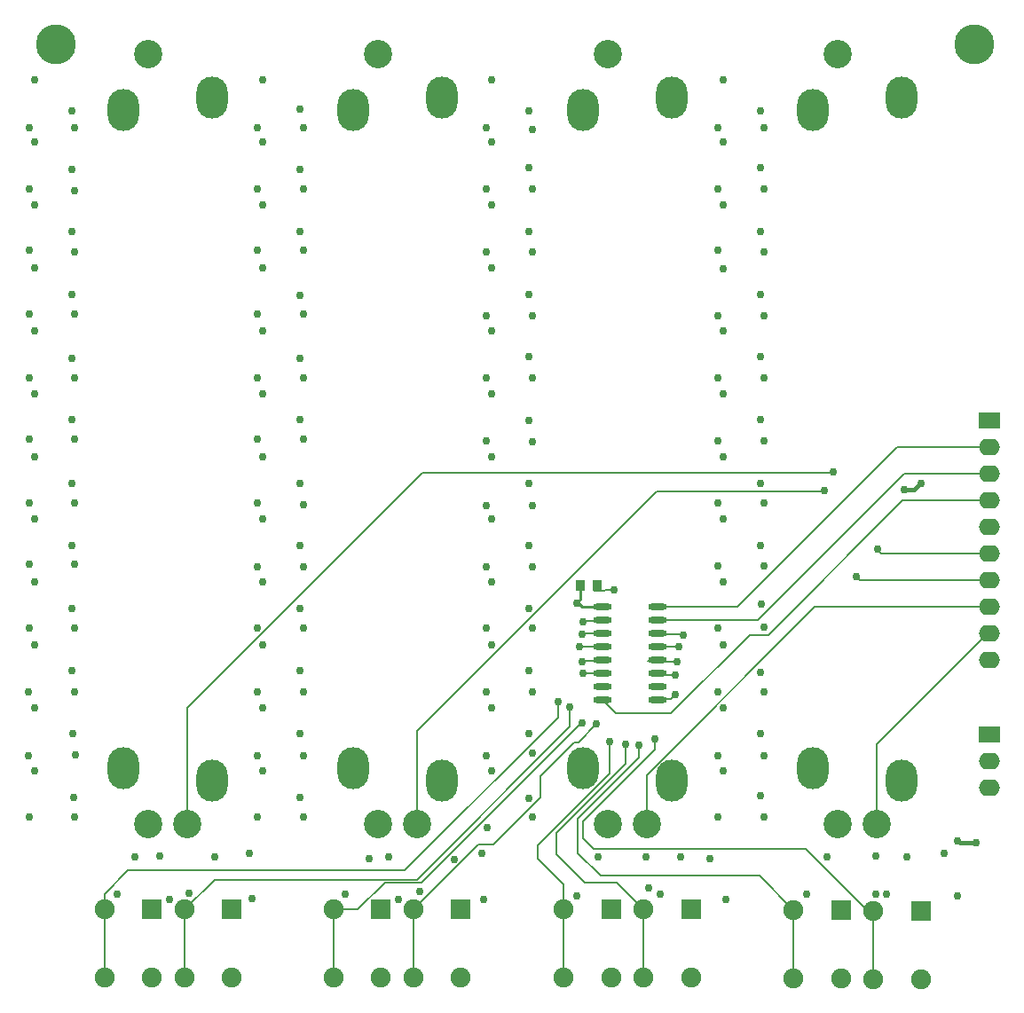
<source format=gbl>
G04*
G04 #@! TF.GenerationSoftware,Altium Limited,Altium Designer,24.7.2 (38)*
G04*
G04 Layer_Physical_Order=4*
G04 Layer_Color=16711680*
%FSLAX44Y44*%
%MOMM*%
G71*
G04*
G04 #@! TF.SameCoordinates,4798D7E4-1403-4A70-8607-6B62460FE5A0*
G04*
G04*
G04 #@! TF.FilePolarity,Positive*
G04*
G01*
G75*
%ADD11C,0.2540*%
%ADD17R,0.9300X0.9800*%
%ADD34C,0.1524*%
%ADD35C,0.3810*%
%ADD37O,3.0000X4.0000*%
%ADD38C,2.7000*%
%ADD39C,1.9000*%
%ADD40R,1.9000X1.9000*%
%ADD41O,2.0000X1.6000*%
%ADD42R,2.0000X1.6000*%
%ADD43C,0.7620*%
%ADD44C,3.8100*%
%ADD56O,1.8000X0.6000*%
D11*
X541020Y-577850D02*
Y-577746D01*
X544750Y-574016D02*
Y-566420D01*
X541020Y-577746D02*
X544750Y-574016D01*
X546205Y-581660D02*
X560840D01*
X541020Y-577850D02*
X542395D01*
X546205Y-581660D01*
D17*
X544750Y-561340D02*
D03*
X560150D02*
D03*
D34*
X557615Y-566420D02*
X567086D01*
X568356Y-565150D02*
X576580D01*
X567086Y-566420D02*
X568356Y-565150D01*
X388327Y-700063D02*
X617220Y-471170D01*
X777240D01*
X388327Y-788750D02*
Y-700063D01*
X759460Y-812800D02*
X815056Y-868396D01*
X547370Y-802640D02*
X557530Y-812800D01*
X759460D01*
X385170Y-870470D02*
X447412Y-808228D01*
X461772D01*
X392804Y-844804D02*
X545458Y-692150D01*
X388620Y-842010D02*
X534670Y-695960D01*
X357762Y-844804D02*
X392804D01*
X534670Y-695960D02*
Y-676910D01*
X195190Y-842010D02*
X388620D01*
X545458Y-692150D02*
X546100D01*
X853440Y-454660D02*
X934720D01*
X617820Y-594360D02*
X713740D01*
X853440Y-454660D01*
X723900Y-608330D02*
X852170Y-480060D01*
X706120Y-608330D02*
X723900D01*
X852170Y-480060D02*
X934720D01*
X523240Y-687070D02*
Y-671830D01*
X377190Y-833120D02*
X523240Y-687070D01*
X113030Y-833120D02*
X377190D01*
X461772Y-808228D02*
X506730Y-763270D01*
Y-742950D01*
X538628Y-711052D01*
X543895Y-564985D02*
X544750Y-564130D01*
X578960Y-844550D02*
X604880Y-870470D01*
X548640Y-844550D02*
X578960D01*
X820886Y-868396D02*
X824230Y-871740D01*
X815056Y-868396D02*
X820886D01*
X617049Y-669704D02*
X625888D01*
X548219Y-595295D02*
X566670D01*
X548219Y-644825D02*
X566670D01*
X542438Y-711052D02*
X560070Y-693420D01*
X617820Y-619760D02*
X638810D01*
X615366D02*
X617820D01*
X615700Y-646765D02*
X634151D01*
X642086Y-607695D02*
X642640Y-608249D01*
X618455Y-607695D02*
X642086D01*
X617820Y-607060D02*
X618455Y-607695D01*
X393700Y-453390D02*
X786130D01*
X90530Y-935470D02*
Y-870470D01*
X166730Y-935470D02*
Y-870470D01*
X308970Y-935470D02*
Y-870470D01*
X385170Y-935470D02*
Y-870470D01*
X528680Y-935470D02*
Y-870470D01*
X604880Y-935470D02*
Y-870470D01*
X748030Y-935990D02*
Y-870990D01*
X824230Y-936740D02*
Y-871740D01*
X169040Y-678050D02*
X393700Y-453390D01*
X169040Y-788750D02*
Y-678050D01*
X831850Y-530860D02*
X934720D01*
X828040Y-527050D02*
X831850Y-530860D01*
X807720Y-553720D02*
X808990D01*
X811530Y-556260D01*
X934720D01*
X616970Y-669625D02*
X617049Y-669704D01*
X625888D02*
X625966Y-669625D01*
X630524D02*
X634669Y-665480D01*
X625966Y-669625D02*
X630524D01*
X634669Y-665480D02*
X635000D01*
X578520Y-683260D02*
X631190D01*
X706120Y-608330D01*
X618241Y-634065D02*
X636690D01*
X546950Y-633395D02*
X565400D01*
X544409Y-619425D02*
X562859D01*
X547370Y-607060D02*
X565820D01*
X615950Y-717550D02*
Y-709930D01*
X547370Y-786130D02*
X615950Y-717550D01*
X607613Y-788750D02*
Y-742163D01*
X768116Y-581660D01*
X547370Y-802640D02*
Y-786130D01*
X600710Y-725170D02*
Y-713740D01*
X588010Y-731520D02*
Y-712470D01*
X572770Y-740410D02*
Y-709930D01*
X565820Y-670560D02*
X578520Y-683260D01*
X521970Y-797560D02*
X588010Y-731520D01*
X504190Y-808990D02*
X572770Y-740410D01*
X617820Y-581660D02*
X694690D01*
X847090Y-429260D02*
X934720D01*
X694690Y-581660D02*
X847090Y-429260D01*
X768116Y-581660D02*
X934720D01*
X538628Y-711052D02*
X542438D01*
X565820Y-632460D02*
X573031D01*
X565820Y-607060D02*
X571820D01*
X521970Y-817880D02*
Y-797560D01*
X542290Y-816610D02*
Y-783590D01*
X600710Y-725170D01*
X504190Y-821690D02*
Y-808990D01*
X332096Y-870470D02*
X357762Y-844804D01*
X308970Y-870470D02*
X332096D01*
X166730D02*
X195190Y-842010D01*
X90530Y-855620D02*
X113030Y-833120D01*
X90530Y-870470D02*
Y-855620D01*
X616964Y-633316D02*
X617820Y-632460D01*
X608744Y-633316D02*
X616964D01*
X528680Y-870470D02*
Y-846180D01*
X504190Y-821690D02*
X528680Y-846180D01*
X521970Y-817880D02*
X548640Y-844550D01*
X563880Y-838200D02*
X715240D01*
X542290Y-816610D02*
X563880Y-838200D01*
X715240D02*
X748030Y-870990D01*
X617820Y-645160D02*
X624411D01*
X544750Y-564130D02*
Y-563880D01*
X932720Y-607060D02*
X934720D01*
X826900Y-788750D02*
Y-712880D01*
X932720Y-607060D01*
D35*
X853440Y-469900D02*
X853836Y-469504D01*
X868919Y-463550D02*
X869950D01*
X853836Y-469504D02*
X862965D01*
X868919Y-463550D01*
X904240Y-805180D02*
X905271D01*
X906541Y-806450D02*
X922020D01*
X905271Y-805180D02*
X906541Y-806450D01*
D37*
X412327Y-747250D02*
D03*
Y-95250D02*
D03*
X327327Y-735250D02*
D03*
Y-107250D02*
D03*
X850900Y-747250D02*
D03*
Y-95250D02*
D03*
X765900Y-735250D02*
D03*
Y-107250D02*
D03*
X546613D02*
D03*
Y-735250D02*
D03*
X631613Y-95250D02*
D03*
Y-747250D02*
D03*
X108040Y-107250D02*
D03*
Y-735250D02*
D03*
X193040Y-95250D02*
D03*
Y-747250D02*
D03*
D38*
X388327Y-788750D02*
D03*
X351327D02*
D03*
Y-53750D02*
D03*
X826900Y-788750D02*
D03*
X789900D02*
D03*
Y-53750D02*
D03*
X570613D02*
D03*
Y-788750D02*
D03*
X607613D02*
D03*
X132040Y-53750D02*
D03*
Y-788750D02*
D03*
X169040D02*
D03*
D39*
X385170Y-935470D02*
D03*
Y-870470D02*
D03*
X430170Y-935470D02*
D03*
X528680D02*
D03*
Y-870470D02*
D03*
X573680Y-935470D02*
D03*
X824230Y-936740D02*
D03*
Y-871740D02*
D03*
X869230Y-936740D02*
D03*
X748030Y-935990D02*
D03*
Y-870990D02*
D03*
X793030Y-935990D02*
D03*
X604880Y-935470D02*
D03*
Y-870470D02*
D03*
X649880Y-935470D02*
D03*
X166730D02*
D03*
Y-870470D02*
D03*
X211730Y-935470D02*
D03*
X308970D02*
D03*
Y-870470D02*
D03*
X353970Y-935470D02*
D03*
X90530D02*
D03*
Y-870470D02*
D03*
X135530Y-935470D02*
D03*
D40*
X430170Y-870470D02*
D03*
X573680D02*
D03*
X869230Y-871740D02*
D03*
X793030Y-870990D02*
D03*
X649880Y-870470D02*
D03*
X211730D02*
D03*
X353970D02*
D03*
X135530D02*
D03*
D41*
X934720Y-754380D02*
D03*
Y-728980D02*
D03*
Y-632460D02*
D03*
Y-607060D02*
D03*
Y-556260D02*
D03*
Y-581660D02*
D03*
Y-429260D02*
D03*
Y-454660D02*
D03*
Y-480060D02*
D03*
Y-530860D02*
D03*
Y-505460D02*
D03*
D42*
Y-703580D02*
D03*
Y-403860D02*
D03*
D43*
X576580Y-565150D02*
D03*
X361950Y-820420D02*
D03*
X561340D02*
D03*
X607060D02*
D03*
X640080D02*
D03*
X826770Y-855980D02*
D03*
Y-819150D02*
D03*
X855980Y-820420D02*
D03*
X853440Y-469900D02*
D03*
X869950Y-463550D02*
D03*
X342900Y-821690D02*
D03*
X143510Y-819150D02*
D03*
X119380Y-820420D02*
D03*
X195580D02*
D03*
X228600Y-816610D02*
D03*
X450850D02*
D03*
X424180Y-822960D02*
D03*
X668020Y-821690D02*
D03*
X779780Y-820420D02*
D03*
X716280Y-107950D02*
D03*
X720090Y-124460D02*
D03*
X716280Y-162560D02*
D03*
X720090Y-182880D02*
D03*
X716280Y-223520D02*
D03*
X720090Y-242570D02*
D03*
X716280Y-283210D02*
D03*
X720090Y-303530D02*
D03*
X716280Y-342900D02*
D03*
X720090Y-363220D02*
D03*
X716280Y-402590D02*
D03*
X720090Y-422910D02*
D03*
X716280Y-463550D02*
D03*
X720090Y-482600D02*
D03*
X716280Y-523240D02*
D03*
X720090Y-542290D02*
D03*
X717550Y-579120D02*
D03*
X720090Y-600710D02*
D03*
X716280Y-643890D02*
D03*
X720090Y-662940D02*
D03*
X716280Y-702310D02*
D03*
X720090Y-723900D02*
D03*
X716280Y-762000D02*
D03*
X720090Y-782320D02*
D03*
X495300Y-107950D02*
D03*
X499110Y-125730D02*
D03*
X495300Y-162560D02*
D03*
X499110Y-182880D02*
D03*
X495300Y-223520D02*
D03*
X499110Y-242570D02*
D03*
X495300Y-283210D02*
D03*
X499110Y-303530D02*
D03*
X495300Y-342900D02*
D03*
X499110Y-363220D02*
D03*
X495300Y-403860D02*
D03*
X499110Y-424180D02*
D03*
X495300Y-463550D02*
D03*
X499110Y-485140D02*
D03*
X495300Y-523240D02*
D03*
X499110Y-543560D02*
D03*
X495300Y-582930D02*
D03*
X499110Y-601980D02*
D03*
X495300Y-642620D02*
D03*
X499110Y-662940D02*
D03*
X495300Y-702310D02*
D03*
X499110Y-721360D02*
D03*
X495300Y-764540D02*
D03*
X455930Y-792480D02*
D03*
X499110Y-782320D02*
D03*
X276860Y-106680D02*
D03*
X280670Y-124460D02*
D03*
X276860Y-163830D02*
D03*
X280670Y-182880D02*
D03*
X276860Y-223520D02*
D03*
X280670Y-241300D02*
D03*
X276860Y-284480D02*
D03*
X280670Y-302260D02*
D03*
X276860Y-344170D02*
D03*
X280670Y-363220D02*
D03*
X276860Y-402590D02*
D03*
X280670Y-421640D02*
D03*
X276860Y-463550D02*
D03*
X280670Y-483870D02*
D03*
X276860Y-523240D02*
D03*
X280670Y-543560D02*
D03*
X276860Y-582930D02*
D03*
X280670Y-601980D02*
D03*
X276860Y-642620D02*
D03*
X280670Y-662940D02*
D03*
X276860Y-702310D02*
D03*
X280670Y-723900D02*
D03*
X276860Y-763270D02*
D03*
X280670Y-782320D02*
D03*
X59690Y-107950D02*
D03*
X62230Y-124460D02*
D03*
X59690Y-163830D02*
D03*
X62230Y-184150D02*
D03*
X59690Y-223520D02*
D03*
X62230Y-242570D02*
D03*
X59690Y-283210D02*
D03*
X62230Y-302260D02*
D03*
X59690Y-344170D02*
D03*
X62230Y-363220D02*
D03*
X59690Y-402590D02*
D03*
X62230Y-421640D02*
D03*
X59690Y-463550D02*
D03*
X62230Y-482600D02*
D03*
X59690Y-523240D02*
D03*
X62230Y-541020D02*
D03*
X59690Y-582930D02*
D03*
X62230Y-601980D02*
D03*
X59690Y-642620D02*
D03*
X62230Y-662940D02*
D03*
X541020Y-577850D02*
D03*
X59969Y-702659D02*
D03*
X62509Y-722979D02*
D03*
X62230Y-782320D02*
D03*
X19050D02*
D03*
X60960Y-763270D02*
D03*
X546100Y-692150D02*
D03*
X904240Y-805180D02*
D03*
X922020Y-806450D02*
D03*
X891540Y-816610D02*
D03*
X904240Y-857250D02*
D03*
X681140Y-78232D02*
D03*
Y-138199D02*
D03*
Y-198166D02*
D03*
X680746Y-258736D02*
D03*
X681140Y-318100D02*
D03*
Y-378068D02*
D03*
Y-438035D02*
D03*
Y-498002D02*
D03*
Y-557969D02*
D03*
Y-617936D02*
D03*
Y-677903D02*
D03*
Y-737870D02*
D03*
X460160D02*
D03*
Y-677903D02*
D03*
Y-617936D02*
D03*
Y-557969D02*
D03*
Y-498002D02*
D03*
Y-438035D02*
D03*
Y-378068D02*
D03*
Y-318100D02*
D03*
Y-258133D02*
D03*
Y-198166D02*
D03*
Y-138199D02*
D03*
Y-78232D02*
D03*
X241720D02*
D03*
Y-138199D02*
D03*
Y-198166D02*
D03*
Y-258133D02*
D03*
Y-318100D02*
D03*
Y-378068D02*
D03*
Y-438035D02*
D03*
Y-498002D02*
D03*
Y-557969D02*
D03*
Y-617936D02*
D03*
X241300Y-677672D02*
D03*
X241720Y-737870D02*
D03*
X24130Y-318100D02*
D03*
X675720Y-124460D02*
D03*
Y-182880D02*
D03*
Y-241300D02*
D03*
Y-303530D02*
D03*
Y-363220D02*
D03*
Y-422910D02*
D03*
Y-482600D02*
D03*
Y-542290D02*
D03*
Y-601980D02*
D03*
Y-662940D02*
D03*
Y-723900D02*
D03*
Y-782320D02*
D03*
X454660Y-124460D02*
D03*
Y-182880D02*
D03*
Y-242570D02*
D03*
Y-303530D02*
D03*
Y-363220D02*
D03*
X454740Y-422910D02*
D03*
Y-485140D02*
D03*
Y-543560D02*
D03*
X454660Y-601980D02*
D03*
Y-662940D02*
D03*
Y-723900D02*
D03*
X236300Y-124460D02*
D03*
Y-182880D02*
D03*
Y-241300D02*
D03*
Y-302260D02*
D03*
Y-363220D02*
D03*
Y-421640D02*
D03*
Y-482600D02*
D03*
Y-543560D02*
D03*
Y-601980D02*
D03*
Y-662940D02*
D03*
Y-723900D02*
D03*
Y-782320D02*
D03*
X19050Y-124460D02*
D03*
Y-182880D02*
D03*
Y-241300D02*
D03*
Y-302260D02*
D03*
Y-363220D02*
D03*
Y-421640D02*
D03*
Y-482600D02*
D03*
Y-541020D02*
D03*
Y-601980D02*
D03*
X17780Y-662940D02*
D03*
Y-723900D02*
D03*
X24130Y-78232D02*
D03*
Y-138199D02*
D03*
Y-198166D02*
D03*
Y-258133D02*
D03*
Y-378068D02*
D03*
Y-438035D02*
D03*
Y-498002D02*
D03*
Y-557969D02*
D03*
Y-617936D02*
D03*
Y-677903D02*
D03*
Y-737870D02*
D03*
X102870Y-855980D02*
D03*
X152400Y-861060D02*
D03*
X171450Y-854710D02*
D03*
X231140Y-859790D02*
D03*
X320040Y-855980D02*
D03*
X370840Y-861060D02*
D03*
X391160Y-853440D02*
D03*
X452120Y-861060D02*
D03*
X541020Y-857250D02*
D03*
X609600Y-849630D02*
D03*
X621030Y-855980D02*
D03*
X683260Y-861060D02*
D03*
X760730Y-855980D02*
D03*
X836930D02*
D03*
X547370Y-645160D02*
D03*
X642640Y-608249D02*
D03*
X785795Y-452541D02*
D03*
X827705Y-526200D02*
D03*
X807385Y-552870D02*
D03*
X776905Y-470321D02*
D03*
X547370Y-595630D02*
D03*
X635000Y-665480D02*
D03*
X636690Y-634065D02*
D03*
X638810Y-619760D02*
D03*
X635000Y-646430D02*
D03*
X546100Y-633730D02*
D03*
X543560Y-619760D02*
D03*
X546521Y-607395D02*
D03*
X615950Y-707390D02*
D03*
X600397Y-713307D02*
D03*
X588010Y-712470D02*
D03*
X572770Y-709930D02*
D03*
X559460Y-693127D02*
D03*
X534670Y-676910D02*
D03*
X523240Y-671830D02*
D03*
D44*
X920750Y-44450D02*
D03*
X44450D02*
D03*
D56*
X617820Y-581660D02*
D03*
Y-594360D02*
D03*
Y-607060D02*
D03*
Y-619760D02*
D03*
Y-632460D02*
D03*
Y-645160D02*
D03*
Y-657860D02*
D03*
Y-670560D02*
D03*
X565820Y-581660D02*
D03*
Y-594360D02*
D03*
Y-607060D02*
D03*
Y-619760D02*
D03*
Y-632460D02*
D03*
Y-645160D02*
D03*
Y-657860D02*
D03*
Y-670560D02*
D03*
M02*

</source>
